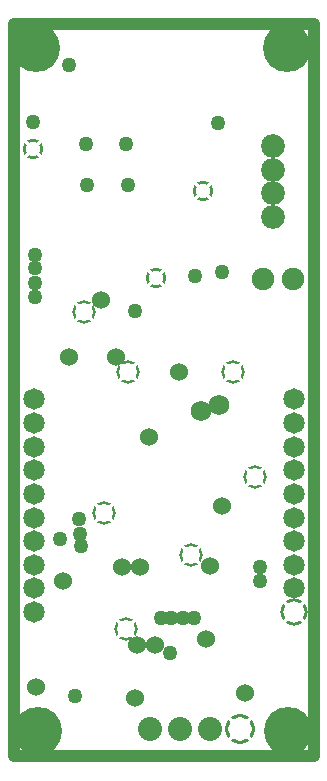
<source format=gbr>
%TF.GenerationSoftware,Altium Limited,Altium Designer,20.0.9 (164)*%
G04 Layer_Physical_Order=2*
G04 Layer_Color=32768*
%FSLAX26Y26*%
%MOIN*%
%TF.FileFunction,Copper,L2,Inr,Plane*%
%TF.Part,Single*%
G01*
G75*
%TA.AperFunction,ViaPad*%
%ADD32C,0.050000*%
%TA.AperFunction,NonConductor*%
%ADD34C,0.040000*%
%TA.AperFunction,ComponentPad*%
%ADD35C,0.075039*%
%ADD36C,0.071496*%
G04:AMPARAMS|DCode=37|XSize=91.496mil|YSize=91.496mil|CornerRadius=0mil|HoleSize=0mil|Usage=FLASHONLY|Rotation=0.000|XOffset=0mil|YOffset=0mil|HoleType=Round|Shape=Relief|Width=10mil|Gap=10mil|Entries=4|*
%AMTHD37*
7,0,0,0.091496,0.071496,0.010000,45*
%
%ADD37THD37*%
G04:AMPARAMS|DCode=38|XSize=100.157mil|YSize=100.157mil|CornerRadius=0mil|HoleSize=0mil|Usage=FLASHONLY|Rotation=0.000|XOffset=0mil|YOffset=0mil|HoleType=Round|Shape=Relief|Width=10mil|Gap=10mil|Entries=4|*
%AMTHD38*
7,0,0,0.100157,0.080157,0.010000,45*
%
%ADD38THD38*%
%ADD39C,0.080157*%
%ADD40C,0.079370*%
%TA.AperFunction,ViaPad*%
G04:AMPARAMS|DCode=41|XSize=70mil|YSize=70mil|CornerRadius=0mil|HoleSize=0mil|Usage=FLASHONLY|Rotation=0.000|XOffset=0mil|YOffset=0mil|HoleType=Round|Shape=Relief|Width=10mil|Gap=10mil|Entries=4|*
%AMTHD41*
7,0,0,0.070000,0.050000,0.010000,45*
%
%ADD41THD41*%
G04:AMPARAMS|DCode=42|XSize=80mil|YSize=80mil|CornerRadius=0mil|HoleSize=0mil|Usage=FLASHONLY|Rotation=0.000|XOffset=0mil|YOffset=0mil|HoleType=Round|Shape=Relief|Width=10mil|Gap=10mil|Entries=4|*
%AMTHD42*
7,0,0,0.080000,0.060000,0.010000,45*
%
%ADD42THD42*%
%ADD43C,0.060000*%
%ADD44C,0.068000*%
%ADD45C,0.160000*%
D32*
X1065000Y2760000D02*
D03*
X1185000Y2950000D02*
D03*
X1520000Y990000D02*
D03*
X1205000Y845000D02*
D03*
X1820000Y1230000D02*
D03*
Y1275000D02*
D03*
X1155000Y1370000D02*
D03*
X1225000Y1345000D02*
D03*
X1220000Y1385000D02*
D03*
X1218910Y1436090D02*
D03*
X1490000Y1105000D02*
D03*
X1525000D02*
D03*
X1600000D02*
D03*
X1564552Y1105448D02*
D03*
X1680000Y2755000D02*
D03*
X1605000Y2245000D02*
D03*
X1405000Y2130000D02*
D03*
X1072064Y2273000D02*
D03*
Y2221667D02*
D03*
Y2315000D02*
D03*
X1245000Y2550000D02*
D03*
X1380000D02*
D03*
X1375000Y2685000D02*
D03*
X1240000D02*
D03*
X1072064Y2175000D02*
D03*
X1695000Y2260000D02*
D03*
D34*
X1000000Y645000D02*
Y3085000D01*
X2000000D01*
Y645000D02*
Y3085000D01*
X1000000Y645000D02*
X2000000D01*
D35*
X1930000Y2235000D02*
D03*
X1830000D02*
D03*
D36*
X1068858Y1126339D02*
D03*
Y1205079D02*
D03*
Y1283819D02*
D03*
Y1362559D02*
D03*
Y1441299D02*
D03*
Y1520039D02*
D03*
Y1598780D02*
D03*
Y1677520D02*
D03*
Y1756260D02*
D03*
Y1835000D02*
D03*
X1935000D02*
D03*
Y1756260D02*
D03*
Y1677520D02*
D03*
Y1598780D02*
D03*
Y1520039D02*
D03*
Y1441299D02*
D03*
Y1362559D02*
D03*
Y1283819D02*
D03*
Y1205079D02*
D03*
D37*
Y1126339D02*
D03*
D38*
X1755000Y735000D02*
D03*
D39*
X1655000D02*
D03*
X1555000D02*
D03*
X1455000D02*
D03*
D40*
X1865000Y2679032D02*
D03*
Y2442811D02*
D03*
Y2521551D02*
D03*
Y2600291D02*
D03*
D41*
X1065000Y2670000D02*
D03*
X1475000Y2240000D02*
D03*
X1630000Y2530000D02*
D03*
D42*
X1300000Y1455000D02*
D03*
X1380000Y1925000D02*
D03*
X1730000D02*
D03*
X1375000Y1070000D02*
D03*
X1235000Y2125000D02*
D03*
X1805000Y1575000D02*
D03*
X1590000Y1315000D02*
D03*
D43*
X1165000Y1230000D02*
D03*
X1640834Y1035834D02*
D03*
X1695000Y1480000D02*
D03*
X1420000Y1275000D02*
D03*
X1360000D02*
D03*
X1340000Y1975000D02*
D03*
X1185000D02*
D03*
X1290000Y2165000D02*
D03*
X1550591Y1925000D02*
D03*
X1075000Y875000D02*
D03*
X1770000Y855000D02*
D03*
X1655000Y1280000D02*
D03*
X1410000Y1015000D02*
D03*
X1405000Y840000D02*
D03*
X1470000Y1015000D02*
D03*
X1450000Y1710000D02*
D03*
D44*
X1685000Y1815000D02*
D03*
X1625000Y1795000D02*
D03*
D45*
X1910000Y3005000D02*
D03*
X1075000D02*
D03*
X1080000Y730000D02*
D03*
X1915000D02*
D03*
%TF.MD5,a5a6304db8916a9e8d7bb67640efaa47*%
M02*

</source>
